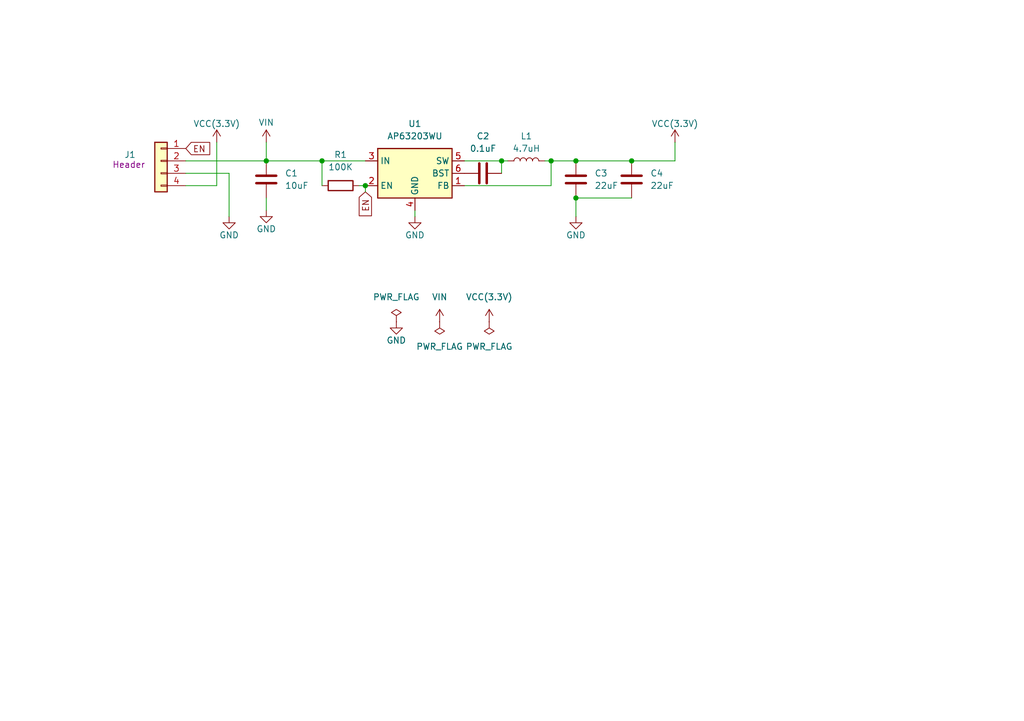
<source format=kicad_sch>
(kicad_sch (version 20231120) (generator "eeschema") (generator_version "8.0")
  (paper "A5")
  (title_block (title "PlugAndPlay 32V in, 3.3V out, 2A regulator") (date "2025-09-28") (rev "1") (company "A.B. Yazamut"))
  (lib_symbols
    (symbol "Connector_Generic:Conn_01x04" (pin_names (offset 1.016) hide)
      (property "Reference" "J" (at 0 5.08 0))
      (property "Value" "Conn_01x04" (at 0 -7.62 0))
      (symbol "Conn_01x04_1_1"
        (rectangle (start -1.27 -4.953) (end 0 -5.207) (stroke (width 0.1524)))
        (rectangle (start -1.27 -2.413) (end 0 -2.667) (stroke (width 0.1524)))
        (rectangle (start -1.27 0.127) (end 0 -0.127) (stroke (width 0.1524)))
        (rectangle (start -1.27 2.667) (end 0 2.413) (stroke (width 0.1524)))
        (rectangle (start -1.27 3.81) (end 1.27 -6.35) (stroke (width 0.254)) (fill (type background)))
        (pin passive line (at -5.08 2.54 0) (length 3.81) (name "Pin_1") (number "1"))
        (pin passive line (at -5.08 0 0) (length 3.81) (name "Pin_2") (number "2"))
        (pin passive line (at -5.08 -2.54 0) (length 3.81) (name "Pin_3") (number "3"))
        (pin passive line (at -5.08 -5.08 0) (length 3.81) (name "Pin_4") (number "4"))
      )
    )
    (symbol "Device:C" (pin_numbers hide) (pin_names (offset 0.254))
      (property "Reference" "C" (at 0.635 2.54 0))
      (property "Value" "C" (at 0.635 -2.54 0))
      (symbol "C_0_1"
        (polyline (pts (xy -2.032 -0.762) (xy 2.032 -0.762)) (stroke (width 0.508)))
        (polyline (pts (xy -2.032 0.762) (xy 2.032 0.762)) (stroke (width 0.508)))
      )
      (symbol "C_1_1"
        (pin passive line (at 0 3.81 270) (length 2.794) (name "~") (number "1"))
        (pin passive line (at 0 -3.81 90) (length 2.794) (name "~") (number "2"))
      )
    )
    (symbol "Device:L" (pin_numbers hide) (pin_names (offset 1.016) hide)
      (property "Reference" "L" (at -1.27 0 90))
      (property "Value" "L" (at 1.905 0 90))
      (symbol "L_0_1"
        (arc (start 0 -2.54) (mid 0.6323 -1.905) (end 0 -1.27))
        (arc (start 0 -1.27) (mid 0.6323 -0.635) (end 0 0))
        (arc (start 0 0) (mid 0.6323 0.635) (end 0 1.27))
        (arc (start 0 1.27) (mid 0.6323 1.905) (end 0 2.54))
      )
      (symbol "L_1_1"
        (pin passive line (at 0 3.81 270) (length 1.27) (name "1") (number "1"))
        (pin passive line (at 0 -3.81 90) (length 1.27) (name "2") (number "2"))
      )
    )
    (symbol "Device:R" (pin_numbers hide) (pin_names (offset 0))
      (property "Reference" "R" (at 2.032 0 90))
      (property "Value" "R" (at 0 0 90))
      (symbol "R_0_1"
        (rectangle (start -1.016 -2.54) (end 1.016 2.54) (stroke (width 0.254)))
      )
      (symbol "R_1_1"
        (pin passive line (at 0 3.81 270) (length 1.27) (name "~") (number "1"))
        (pin passive line (at 0 -3.81 90) (length 1.27) (name "~") (number "2"))
      )
    )
    (symbol "Regulator_Switching:AP63203WU"
      (property "Reference" "U" (at -7.62 6.35 0))
      (property "Value" "AP63203WU" (at 2.54 6.35 0))
      (symbol "AP63203WU_0_1"
        (rectangle (start -7.62 5.08) (end 7.62 -5.08) (stroke (width 0.254)) (fill (type background)))
      )
      (symbol "AP63203WU_1_1"
        (pin input line (at 10.16 -2.54 180) (length 2.54) (name "FB") (number "1"))
        (pin input line (at -10.16 -2.54 0) (length 2.54) (name "EN") (number "2"))
        (pin power_in line (at -10.16 2.54 0) (length 2.54) (name "IN") (number "3"))
        (pin power_in line (at 0 -7.62 90) (length 2.54) (name "GND") (number "4"))
        (pin output line (at 10.16 2.54 180) (length 2.54) (name "SW") (number "5"))
        (pin passive line (at 10.16 0 180) (length 2.54) (name "BST") (number "6"))
      )
    )
    (symbol "power:GND" (power) (pin_numbers hide) (pin_names (offset 0) hide)
      (property "Value" "GND" (at 0 -3.81 0))
      (symbol "GND_0_1"
        (polyline (pts (xy 0 0) (xy 0 -1.27) (xy 1.27 -1.27) (xy 0 -2.54) (xy -1.27 -1.27) (xy 0 -1.27)))
      )
      (symbol "GND_1_1"
        (pin power_in line (at 0 0 270) (length 0) (name "~") (number "1"))
      )
    )
    (symbol "power:PWR_FLAG" (power) (pin_numbers hide) (pin_names (offset 0) hide)
      (property "Value" "PWR_FLAG" (at 0 3.81 0))
      (symbol "PWR_FLAG_0_0"
        (pin power_out line (at 0 0 90) (length 0) (name "~") (number "1"))
      )
      (symbol "PWR_FLAG_0_1"
        (polyline (pts (xy 0 0) (xy 0 1.27) (xy -1.016 1.905) (xy 0 2.54) (xy 1.016 1.905) (xy 0 1.27)))
      )
    )
    (symbol "power:VCC" (power) (pin_numbers hide) (pin_names (offset 0) hide)
      (property "Value" "VCC" (at 0 3.556 0))
      (symbol "VCC_0_1"
        (polyline (pts (xy -0.762 1.27) (xy 0 2.54)))
        (polyline (pts (xy 0 0) (xy 0 2.54)))
        (polyline (pts (xy 0 2.54) (xy 0.762 1.27)))
      )
      (symbol "VCC_1_1"
        (pin power_in line (at 0 0 90) (length 0) (name "~") (number "1"))
      )
    )
    (symbol "power:VDC" (power) (pin_numbers hide) (pin_names (offset 0) hide)
      (property "Value" "VDC" (at 0 3.556 0))
      (symbol "VDC_0_1"
        (polyline (pts (xy -0.762 1.27) (xy 0 2.54)))
        (polyline (pts (xy 0 0) (xy 0 2.54)))
        (polyline (pts (xy 0 2.54) (xy 0.762 1.27)))
      )
      (symbol "VDC_1_1"
        (pin power_in line (at 0 0 90) (length 0) (name "~") (number "1"))
      )
    )
  )
  (junction (at 102.87 33.02))
  (junction (at 129.54 33.02))
  (junction (at 74.93 38.1))
  (junction (at 118.11 33.02))
  (junction (at 118.11 40.64))
  (junction (at 66.04 33.02))
  (junction (at 113.03 33.02))
  (junction (at 54.61 33.02))
  (wire (pts (xy 74.93 38.1) (xy 74.93 39.37)))
  (wire (pts (xy 38.1 35.56) (xy 46.99 35.56)))
  (wire (pts (xy 73.66 38.1) (xy 74.93 38.1)))
  (wire (pts (xy 44.45 38.1) (xy 38.1 38.1)))
  (wire (pts (xy 138.43 33.02) (xy 129.54 33.02)))
  (wire (pts (xy 113.03 33.02) (xy 111.76 33.02)))
  (wire (pts (xy 95.25 38.1) (xy 113.03 38.1)))
  (wire (pts (xy 102.87 33.02) (xy 102.87 35.56)))
  (wire (pts (xy 54.61 43.18) (xy 54.61 40.64)))
  (wire (pts (xy 38.1 33.02) (xy 54.61 33.02)))
  (wire (pts (xy 44.45 29.21) (xy 44.45 38.1)))
  (wire (pts (xy 118.11 33.02) (xy 129.54 33.02)))
  (wire (pts (xy 113.03 38.1) (xy 113.03 33.02)))
  (wire (pts (xy 46.99 35.56) (xy 46.99 44.45)))
  (wire (pts (xy 118.11 40.64) (xy 129.54 40.64)))
  (wire (pts (xy 85.09 44.45) (xy 85.09 43.18)))
  (wire (pts (xy 54.61 29.21) (xy 54.61 33.02)))
  (wire (pts (xy 66.04 33.02) (xy 74.93 33.02)))
  (wire (pts (xy 102.87 33.02) (xy 104.14 33.02)))
  (wire (pts (xy 113.03 33.02) (xy 118.11 33.02)))
  (wire (pts (xy 66.04 33.02) (xy 66.04 38.1)))
  (wire (pts (xy 95.25 33.02) (xy 102.87 33.02)))
  (wire (pts (xy 118.11 40.64) (xy 118.11 44.45)))
  (wire (pts (xy 138.43 29.21) (xy 138.43 33.02)))
  (wire (pts (xy 54.61 33.02) (xy 66.04 33.02)))
  (global_label "EN" (shape input) (at 38.1 30.48 0) (property "Intersheetrefs" "${INTERSHEET_REFS}" (effects (hide yes))))
  (global_label "EN" (shape input) (at 74.93 39.37 270) (property "Intersheetrefs" "${INTERSHEET_REFS}" (effects (hide yes))))
  (symbol (lib_id "Device:C") (at 99.06 35.56 90) (unit 1)
    (property "Reference" "C2" (at 99.06 27.94 90))
    (property "Value" "0.1uF" (at 99.06 30.48 90))
    (property "Footprint" "Capacitor_SMD:C_0603_1608Metric" (effects (hide yes)))
    (property "Description" "Unpolarized capacitor" (effects (hide yes)))
  )
  (symbol (lib_id "Connector_Generic:Conn_01x04") (at 33.02 33.02 0) (mirror y) (unit 1)
    (property "Reference" "J1" (at 26.67 31.75 0))
    (property "Value" "PinSocket_1x04_P2.54mm_Vertical_SMD_Pin1Left" (effects (hide yes)))
    (property "Footprint" "Library:PinSocket_1x04_P2.54mm_Vertical_SMD_Pin1Left" (effects (hide yes)))
    (property "Description" "Header" (at 26.416 33.782 0))
    (property "MPN" "C780062" (effects (hide yes)))
    (property "Feeder" "24mm" (effects (hide yes)))
  )
  (symbol (lib_id "Regulator_Switching:AP63203WU") (at 85.09 35.56 0) (unit 1)
    (property "Reference" "U1" (at 85.09 25.4 0))
    (property "Value" "AP63203WU" (at 85.09 27.94 0))
    (property "Footprint" "Package_TO_SOT_SMD:TSOT-23-6" (effects (hide yes)))
    (property "Datasheet" "https://www.diodes.com/assets/Datasheets/AP63200-AP63201-AP63203-AP63205.pdf" (effects (hide yes)))
    (property "Description" "2A, 1.1MHz Buck DC/DC Converter, fixed 3.3V output voltage, TSOT-23-6" (effects (hide yes)))
  )
  (symbol (lib_id "power:VDC") (at 100.33 66.04 0) (unit 1)
    (property "Reference" "#PWR9" (effects (hide yes)))
    (property "Value" "VCC(3.3V)" (at 100.33 60.96 0))
    (property "Description" "Power symbol creates a global label with name \"VDC\"" (effects (hide yes)))
  )
  (symbol (lib_id "power:VCC") (at 44.45 29.21 0) (unit 1)
    (property "Reference" "#PWR02" (effects (hide yes)))
    (property "Value" "VCC(3.3V)" (at 44.45 25.4 0))
    (property "Description" "Power symbol creates a global label with name \"VCC\"" (effects (hide yes)))
  )
  (symbol (lib_id "power:GND") (at 54.61 43.18 0) (unit 1)
    (property "Reference" "#PWR10" (effects (hide yes)))
    (property "Value" "GND" (at 54.61 46.99 0))
    (property "Description" "Power symbol creates a global label with name \"GND\" , ground" (effects (hide yes)))
  )
  (symbol (lib_id "power:VDC") (at 90.17 66.04 0) (unit 1)
    (property "Reference" "#PWR08" (effects (hide yes)))
    (property "Value" "VIN" (at 90.17 60.96 0))
    (property "Description" "Power symbol creates a global label with name \"VDC\"" (effects (hide yes)))
  )
  (symbol (lib_id "power:PWR_FLAG") (at 100.33 66.04 0) (mirror x) (unit 1)
    (property "Reference" "#FLG2" (effects (hide yes)))
    (property "Value" "PWR_FLAG" (at 100.33 71.12 0))
    (property "Description" "Special symbol for telling ERC where power comes from" (effects (hide yes)))
  )
  (symbol (lib_id "power:VDC") (at 54.61 29.21 0) (unit 1)
    (property "Reference" "#PWR01" (effects (hide yes)))
    (property "Value" "VIN" (at 54.61 25.146 0))
    (property "Description" "Power symbol creates a global label with name \"VDC\"" (effects (hide yes)))
  )
  (symbol (lib_id "power:VCC") (at 138.43 29.21 0) (unit 1)
    (property "Reference" "#PWR05" (effects (hide yes)))
    (property "Value" "VCC(3.3V)" (at 138.43 25.4 0))
    (property "Description" "Power symbol creates a global label with name \"VCC\"" (effects (hide yes)))
  )
  (symbol (lib_id "power:GND") (at 46.99 44.45 0) (unit 1)
    (property "Reference" "#PWR03" (effects (hide yes)))
    (property "Value" "GND" (at 46.99 48.26 0))
    (property "Description" "Power symbol creates a global label with name \"GND\" , ground" (effects (hide yes)))
  )
  (symbol (lib_id "Device:R") (at 69.85 38.1 90) (unit 1)
    (property "Reference" "R1" (at 69.85 31.75 90))
    (property "Value" "100K" (at 69.85 34.29 90))
    (property "Footprint" "Resistor_SMD:R_0603_1608Metric" (effects (hide yes)))
    (property "Description" "Resistor" (effects (hide yes)))
  )
  (symbol (lib_id "Device:C") (at 54.61 36.83 0) (unit 1)
    (property "Reference" "C1" (at 58.42 35.5599 0) (effects (justify left)))
    (property "Value" "10uF" (at 58.42 38.0999 0) (effects (justify left)))
    (property "Footprint" "Capacitor_SMD:C_1210_3225Metric" (effects (hide yes)))
    (property "Description" "Unpolarized capacitor" (effects (hide yes)))
  )
  (symbol (lib_id "Device:C") (at 118.11 36.83 0) (unit 1)
    (property "Reference" "C3" (at 121.92 35.5599 0) (effects (justify left)))
    (property "Value" "22uF" (at 121.92 38.0999 0) (effects (justify left)))
    (property "Footprint" "Capacitor_SMD:C_0603_1608Metric" (effects (hide yes)))
    (property "Description" "Unpolarized capacitor" (effects (hide yes)))
  )
  (symbol (lib_id "power:GND") (at 85.09 44.45 0) (unit 1)
    (property "Reference" "#PWR04" (effects (hide yes)))
    (property "Value" "GND" (at 85.09 48.26 0))
    (property "Description" "Power symbol creates a global label with name \"GND\" , ground" (effects (hide yes)))
  )
  (symbol (lib_id "power:GND") (at 118.11 44.45 0) (unit 1)
    (property "Reference" "#PWR7" (effects (hide yes)))
    (property "Value" "GND" (at 118.11 48.26 0))
    (property "Description" "Power symbol creates a global label with name \"GND\" , ground" (effects (hide yes)))
  )
  (symbol (lib_id "power:GND") (at 81.28 66.04 0) (unit 1)
    (property "Reference" "#PWR06" (effects (hide yes)))
    (property "Value" "GND" (at 81.28 69.85 0))
    (property "Description" "Power symbol creates a global label with name \"GND\" , ground" (effects (hide yes)))
  )
  (symbol (lib_id "power:PWR_FLAG") (at 81.28 66.04 0) (unit 1)
    (property "Reference" "#FLG01" (effects (hide yes)))
    (property "Value" "PWR_FLAG" (at 81.28 60.96 0))
    (property "Description" "Special symbol for telling ERC where power comes from" (effects (hide yes)))
  )
  (symbol (lib_id "Device:C") (at 129.54 36.83 0) (unit 1)
    (property "Reference" "C4" (at 133.35 35.5599 0) (effects (justify left)))
    (property "Value" "22uF" (at 133.35 38.0999 0) (effects (justify left)))
    (property "Footprint" "Capacitor_SMD:C_0603_1608Metric" (effects (hide yes)))
    (property "Description" "Unpolarized capacitor" (effects (hide yes)))
  )
  (symbol (lib_id "Device:L") (at 107.95 33.02 90) (unit 1)
    (property "Reference" "L1" (at 107.95 27.94 90))
    (property "Value" "4.7uH" (at 107.95 30.48 90))
    (property "Footprint" "Inductor_SMD:L_Chilisin_BMRA00040420" (effects (hide yes)))
    (property "Description" "Inductor" (effects (hide yes)))
  )
  (symbol (lib_id "power:PWR_FLAG") (at 90.17 66.04 0) (mirror x) (unit 1)
    (property "Reference" "#FLG03" (effects (hide yes)))
    (property "Value" "PWR_FLAG" (at 90.17 71.12 0))
    (property "Description" "Special symbol for telling ERC where power comes from" (effects (hide yes)))
  )
)
</source>
